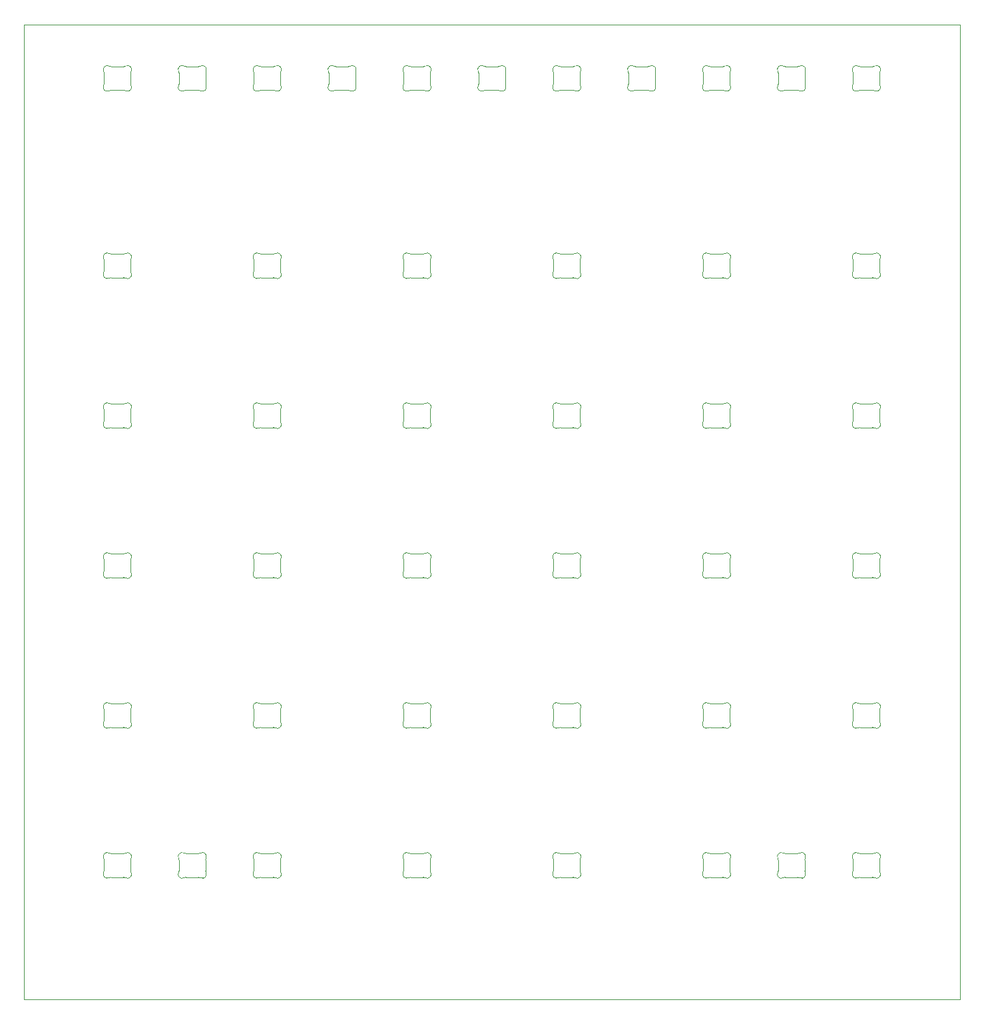
<source format=gbr>
%TF.GenerationSoftware,KiCad,Pcbnew,(6.0.9)*%
%TF.CreationDate,2022-12-06T20:11:38+01:00*%
%TF.ProjectId,tekskey-rounded-half,74656b73-6b65-4792-9d72-6f756e646564,rev?*%
%TF.SameCoordinates,Original*%
%TF.FileFunction,Profile,NP*%
%FSLAX46Y46*%
G04 Gerber Fmt 4.6, Leading zero omitted, Abs format (unit mm)*
G04 Created by KiCad (PCBNEW (6.0.9)) date 2022-12-06 20:11:38*
%MOMM*%
%LPD*%
G01*
G04 APERTURE LIST*
%TA.AperFunction,Profile*%
%ADD10C,0.100000*%
%TD*%
G04 APERTURE END LIST*
D10*
X43363202Y-38978060D02*
X162425702Y-38978060D01*
X162425702Y-38978060D02*
X162425702Y-162803060D01*
X162425702Y-162803060D02*
X43363202Y-162803060D01*
X43363202Y-162803060D02*
X43363202Y-38978060D01*
%TO.C,LED136*%
X130670248Y-147295899D02*
X132259152Y-147295899D01*
X133164699Y-146498741D02*
X133164699Y-145093057D01*
X132259152Y-144295900D02*
X130670247Y-144295900D01*
X129764701Y-145093057D02*
X129764701Y-146498741D01*
X132259153Y-144295899D02*
G75*
G03*
X132511411Y-144227600I-3J500009D01*
G01*
X129764702Y-145093056D02*
G75*
G03*
X129715216Y-144876179I-499302J156D01*
G01*
X133214184Y-144876179D02*
G75*
G03*
X132511411Y-144227600I-450515J216878D01*
G01*
X130670248Y-147295899D02*
G75*
G03*
X130417989Y-147364198I2J-500011D01*
G01*
X132511410Y-147364198D02*
G75*
G03*
X132259152Y-147295899I-252261J-431710D01*
G01*
X130417989Y-144227601D02*
G75*
G03*
X130670247Y-144295900I252261J431711D01*
G01*
X133214184Y-144876179D02*
G75*
G03*
X133164699Y-145093057I450505J-216876D01*
G01*
X132511411Y-147364196D02*
G75*
G03*
X133214184Y-146715619I252258J431700D01*
G01*
X133164699Y-146498742D02*
G75*
G03*
X133214184Y-146715619I499990J-1D01*
G01*
X130417989Y-144227602D02*
G75*
G03*
X129715216Y-144876179I-252258J-431700D01*
G01*
X129715218Y-146715619D02*
G75*
G03*
X130417989Y-147364198I450512J-216881D01*
G01*
X129715218Y-146715620D02*
G75*
G03*
X129764701Y-146498741I-450718J216920D01*
G01*
%TO.C,LED121*%
X92570248Y-109195899D02*
X94159152Y-109195899D01*
X95064699Y-108398741D02*
X95064699Y-106993057D01*
X91664701Y-106993057D02*
X91664701Y-108398741D01*
X94159152Y-106195900D02*
X92570247Y-106195900D01*
X91664702Y-106993056D02*
G75*
G03*
X91615216Y-106776179I-499302J156D01*
G01*
X95114184Y-106776179D02*
G75*
G03*
X94411411Y-106127600I-450515J216878D01*
G01*
X91615218Y-108615619D02*
G75*
G03*
X92317989Y-109264198I450512J-216881D01*
G01*
X92317989Y-106127601D02*
G75*
G03*
X92570247Y-106195900I252261J431711D01*
G01*
X95114184Y-106776179D02*
G75*
G03*
X95064699Y-106993057I450505J-216876D01*
G01*
X94411411Y-109264196D02*
G75*
G03*
X95114184Y-108615619I252258J431700D01*
G01*
X94411410Y-109264198D02*
G75*
G03*
X94159152Y-109195899I-252261J-431710D01*
G01*
X92317989Y-106127602D02*
G75*
G03*
X91615216Y-106776179I-252258J-431700D01*
G01*
X91615218Y-108615620D02*
G75*
G03*
X91664701Y-108398741I-450718J216920D01*
G01*
X95064699Y-108398742D02*
G75*
G03*
X95114184Y-108615619I499990J-1D01*
G01*
X92570248Y-109195899D02*
G75*
G03*
X92317989Y-109264198I2J-500011D01*
G01*
X94159153Y-106195899D02*
G75*
G03*
X94411411Y-106127600I-3J500009D01*
G01*
%TO.C,LED1B101*%
X83045248Y-47283400D02*
X84634153Y-47283400D01*
X84634152Y-44283401D02*
X83045248Y-44283401D01*
X85539699Y-46486243D02*
X85539699Y-45080559D01*
X82139701Y-45080559D02*
X82139701Y-46486243D01*
X82792990Y-44215103D02*
G75*
G03*
X83045248Y-44283401I252260J431713D01*
G01*
X85589184Y-44863681D02*
G75*
G03*
X85539699Y-45080559I450505J-216876D01*
G01*
X84886411Y-47351699D02*
G75*
G03*
X84634153Y-47283400I-252261J-431710D01*
G01*
X82090214Y-46703120D02*
G75*
G03*
X82139701Y-46486243I-450504J216880D01*
G01*
X82090216Y-46703121D02*
G75*
G03*
X82792989Y-47351700I450514J-216879D01*
G01*
X85589183Y-44863682D02*
G75*
G03*
X84886411Y-44215102I-450513J216880D01*
G01*
X83045247Y-47283401D02*
G75*
G03*
X82792989Y-47351700I3J-500009D01*
G01*
X82139715Y-45080558D02*
G75*
G03*
X82090216Y-44863681I-499615J58D01*
G01*
X84634152Y-44283401D02*
G75*
G03*
X84886411Y-44215102I-2J500009D01*
G01*
X85539699Y-46486244D02*
G75*
G03*
X85589184Y-46703121I499990J-1D01*
G01*
X82792989Y-44215104D02*
G75*
G03*
X82090216Y-44863681I-252258J-431700D01*
G01*
X84886410Y-47351700D02*
G75*
G03*
X85589184Y-46703121I252259J431701D01*
G01*
%TO.C,LED123*%
X129764701Y-106993057D02*
X129764701Y-108398741D01*
X133164699Y-108398741D02*
X133164699Y-106993057D01*
X130670248Y-109195899D02*
X132259152Y-109195899D01*
X132259152Y-106195900D02*
X130670247Y-106195900D01*
X129715218Y-108615619D02*
G75*
G03*
X130417989Y-109264198I450512J-216881D01*
G01*
X130417989Y-106127602D02*
G75*
G03*
X129715216Y-106776179I-252258J-431700D01*
G01*
X133164699Y-108398742D02*
G75*
G03*
X133214184Y-108615619I499990J-1D01*
G01*
X133214184Y-106776179D02*
G75*
G03*
X132511411Y-106127600I-450515J216878D01*
G01*
X130670248Y-109195899D02*
G75*
G03*
X130417989Y-109264198I2J-500011D01*
G01*
X129764702Y-106993056D02*
G75*
G03*
X129715216Y-106776179I-499302J156D01*
G01*
X132511410Y-109264198D02*
G75*
G03*
X132259152Y-109195899I-252261J-431710D01*
G01*
X132511411Y-109264196D02*
G75*
G03*
X133214184Y-108615619I252258J431700D01*
G01*
X130417989Y-106127601D02*
G75*
G03*
X130670247Y-106195900I252261J431711D01*
G01*
X129715218Y-108615620D02*
G75*
G03*
X129764701Y-108398741I-450718J216920D01*
G01*
X133214184Y-106776179D02*
G75*
G03*
X133164699Y-106993057I450505J-216876D01*
G01*
X132259153Y-106195899D02*
G75*
G03*
X132511411Y-106127600I-3J500009D01*
G01*
%TO.C,LED110*%
X110714701Y-68893057D02*
X110714701Y-70298741D01*
X111620248Y-71095899D02*
X113209152Y-71095899D01*
X113209152Y-68095900D02*
X111620247Y-68095900D01*
X114114699Y-70298741D02*
X114114699Y-68893057D01*
X114164184Y-68676179D02*
G75*
G03*
X114114699Y-68893057I450505J-216876D01*
G01*
X114164184Y-68676179D02*
G75*
G03*
X113461411Y-68027600I-450515J216878D01*
G01*
X111620248Y-71095899D02*
G75*
G03*
X111367989Y-71164198I2J-500011D01*
G01*
X113461411Y-71164196D02*
G75*
G03*
X114164184Y-70515619I252258J431700D01*
G01*
X114114699Y-70298742D02*
G75*
G03*
X114164184Y-70515619I499990J-1D01*
G01*
X110665218Y-70515619D02*
G75*
G03*
X111367989Y-71164198I450512J-216881D01*
G01*
X111367989Y-68027602D02*
G75*
G03*
X110665216Y-68676179I-252258J-431700D01*
G01*
X110665218Y-70515620D02*
G75*
G03*
X110714701Y-70298741I-450718J216920D01*
G01*
X113461410Y-71164198D02*
G75*
G03*
X113209152Y-71095899I-252261J-431710D01*
G01*
X113209153Y-68095899D02*
G75*
G03*
X113461411Y-68027600I-3J500009D01*
G01*
X110714702Y-68893056D02*
G75*
G03*
X110665216Y-68676179I-499302J156D01*
G01*
X111367989Y-68027601D02*
G75*
G03*
X111620247Y-68095900I252261J431711D01*
G01*
%TO.C,LED138*%
X152214699Y-146498741D02*
X152214699Y-145093057D01*
X151309152Y-144295900D02*
X149720247Y-144295900D01*
X148814701Y-145093057D02*
X148814701Y-146498741D01*
X149720248Y-147295899D02*
X151309152Y-147295899D01*
X148765218Y-146715620D02*
G75*
G03*
X148814701Y-146498741I-450718J216920D01*
G01*
X152264184Y-144876179D02*
G75*
G03*
X151561411Y-144227600I-450515J216878D01*
G01*
X151561411Y-147364196D02*
G75*
G03*
X152264184Y-146715619I252258J431700D01*
G01*
X151309153Y-144295899D02*
G75*
G03*
X151561411Y-144227600I-3J500009D01*
G01*
X149467989Y-144227602D02*
G75*
G03*
X148765216Y-144876179I-252258J-431700D01*
G01*
X152264184Y-144876179D02*
G75*
G03*
X152214699Y-145093057I450505J-216876D01*
G01*
X151561410Y-147364198D02*
G75*
G03*
X151309152Y-147295899I-252261J-431710D01*
G01*
X149467989Y-144227601D02*
G75*
G03*
X149720247Y-144295900I252261J431711D01*
G01*
X148765218Y-146715619D02*
G75*
G03*
X149467989Y-147364198I450512J-216881D01*
G01*
X148814702Y-145093056D02*
G75*
G03*
X148765216Y-144876179I-499302J156D01*
G01*
X149720248Y-147295899D02*
G75*
G03*
X149467989Y-147364198I2J-500011D01*
G01*
X152214699Y-146498742D02*
G75*
G03*
X152264184Y-146715619I499990J-1D01*
G01*
%TO.C,LED135*%
X114114699Y-146498741D02*
X114114699Y-145093057D01*
X113209152Y-144295900D02*
X111620247Y-144295900D01*
X111620248Y-147295899D02*
X113209152Y-147295899D01*
X110714701Y-145093057D02*
X110714701Y-146498741D01*
X110714702Y-145093056D02*
G75*
G03*
X110665216Y-144876179I-499302J156D01*
G01*
X111367989Y-144227601D02*
G75*
G03*
X111620247Y-144295900I252261J431711D01*
G01*
X114114699Y-146498742D02*
G75*
G03*
X114164184Y-146715619I499990J-1D01*
G01*
X114164184Y-144876179D02*
G75*
G03*
X114114699Y-145093057I450505J-216876D01*
G01*
X111620248Y-147295899D02*
G75*
G03*
X111367989Y-147364198I2J-500011D01*
G01*
X114164184Y-144876179D02*
G75*
G03*
X113461411Y-144227600I-450515J216878D01*
G01*
X113209153Y-144295899D02*
G75*
G03*
X113461411Y-144227600I-3J500009D01*
G01*
X110665218Y-146715620D02*
G75*
G03*
X110714701Y-146498741I-450718J216920D01*
G01*
X113461411Y-147364196D02*
G75*
G03*
X114164184Y-146715619I252258J431700D01*
G01*
X113461410Y-147364198D02*
G75*
G03*
X113209152Y-147295899I-252261J-431710D01*
G01*
X110665218Y-146715619D02*
G75*
G03*
X111367989Y-147364198I450512J-216881D01*
G01*
X111367989Y-144227602D02*
G75*
G03*
X110665216Y-144876179I-252258J-431700D01*
G01*
%TO.C,LED105*%
X133164699Y-46486243D02*
X133164699Y-45080559D01*
X132259152Y-44283401D02*
X130670248Y-44283401D01*
X130670248Y-47283400D02*
X132259153Y-47283400D01*
X129764701Y-45080559D02*
X129764701Y-46486243D01*
X132511411Y-47351699D02*
G75*
G03*
X132259153Y-47283400I-252261J-431710D01*
G01*
X133164699Y-46486244D02*
G75*
G03*
X133214184Y-46703121I499990J-1D01*
G01*
X130417990Y-44215103D02*
G75*
G03*
X130670248Y-44283401I252260J431713D01*
G01*
X129764715Y-45080558D02*
G75*
G03*
X129715216Y-44863681I-499615J58D01*
G01*
X133214183Y-44863682D02*
G75*
G03*
X132511411Y-44215102I-450513J216880D01*
G01*
X129715216Y-46703121D02*
G75*
G03*
X130417989Y-47351700I450514J-216879D01*
G01*
X132511410Y-47351700D02*
G75*
G03*
X133214184Y-46703121I252259J431701D01*
G01*
X130417989Y-44215104D02*
G75*
G03*
X129715216Y-44863681I-252258J-431700D01*
G01*
X132259152Y-44283401D02*
G75*
G03*
X132511411Y-44215102I-2J500009D01*
G01*
X133214184Y-44863681D02*
G75*
G03*
X133164699Y-45080559I450505J-216876D01*
G01*
X130670247Y-47283401D02*
G75*
G03*
X130417989Y-47351700I3J-500009D01*
G01*
X129715214Y-46703120D02*
G75*
G03*
X129764701Y-46486243I-450504J216880D01*
G01*
%TO.C,LED103*%
X95064699Y-46486243D02*
X95064699Y-45080559D01*
X94159152Y-44283401D02*
X92570248Y-44283401D01*
X91664701Y-45080559D02*
X91664701Y-46486243D01*
X92570248Y-47283400D02*
X94159153Y-47283400D01*
X95114184Y-44863681D02*
G75*
G03*
X95064699Y-45080559I450505J-216876D01*
G01*
X95064699Y-46486244D02*
G75*
G03*
X95114184Y-46703121I499990J-1D01*
G01*
X92317990Y-44215103D02*
G75*
G03*
X92570248Y-44283401I252260J431713D01*
G01*
X92317989Y-44215104D02*
G75*
G03*
X91615216Y-44863681I-252258J-431700D01*
G01*
X95114183Y-44863682D02*
G75*
G03*
X94411411Y-44215102I-450513J216880D01*
G01*
X91615216Y-46703121D02*
G75*
G03*
X92317989Y-47351700I450514J-216879D01*
G01*
X94411410Y-47351700D02*
G75*
G03*
X95114184Y-46703121I252259J431701D01*
G01*
X94411411Y-47351699D02*
G75*
G03*
X94159153Y-47283400I-252261J-431710D01*
G01*
X94159152Y-44283401D02*
G75*
G03*
X94411411Y-44215102I-2J500009D01*
G01*
X91615214Y-46703120D02*
G75*
G03*
X91664701Y-46486243I-450504J216880D01*
G01*
X92570247Y-47283401D02*
G75*
G03*
X92317989Y-47351700I3J-500009D01*
G01*
X91664715Y-45080558D02*
G75*
G03*
X91615216Y-44863681I-499615J58D01*
G01*
%TO.C,LED109*%
X91664701Y-68893057D02*
X91664701Y-70298741D01*
X92570248Y-71095899D02*
X94159152Y-71095899D01*
X94159152Y-68095900D02*
X92570247Y-68095900D01*
X95064699Y-70298741D02*
X95064699Y-68893057D01*
X91615218Y-70515619D02*
G75*
G03*
X92317989Y-71164198I450512J-216881D01*
G01*
X94411411Y-71164196D02*
G75*
G03*
X95114184Y-70515619I252258J431700D01*
G01*
X92317989Y-68027602D02*
G75*
G03*
X91615216Y-68676179I-252258J-431700D01*
G01*
X92317989Y-68027601D02*
G75*
G03*
X92570247Y-68095900I252261J431711D01*
G01*
X95114184Y-68676179D02*
G75*
G03*
X95064699Y-68893057I450505J-216876D01*
G01*
X94159153Y-68095899D02*
G75*
G03*
X94411411Y-68027600I-3J500009D01*
G01*
X92570248Y-71095899D02*
G75*
G03*
X92317989Y-71164198I2J-500011D01*
G01*
X95064699Y-70298742D02*
G75*
G03*
X95114184Y-70515619I499990J-1D01*
G01*
X91664702Y-68893056D02*
G75*
G03*
X91615216Y-68676179I-499302J156D01*
G01*
X95114184Y-68676179D02*
G75*
G03*
X94411411Y-68027600I-450515J216878D01*
G01*
X91615218Y-70515620D02*
G75*
G03*
X91664701Y-70298741I-450718J216920D01*
G01*
X94411410Y-71164198D02*
G75*
G03*
X94159152Y-71095899I-252261J-431710D01*
G01*
%TO.C,LED108*%
X73520248Y-71095899D02*
X75109152Y-71095899D01*
X72614701Y-68893057D02*
X72614701Y-70298741D01*
X75109152Y-68095900D02*
X73520247Y-68095900D01*
X76014699Y-70298741D02*
X76014699Y-68893057D01*
X72565218Y-70515620D02*
G75*
G03*
X72614701Y-70298741I-450718J216920D01*
G01*
X73520248Y-71095899D02*
G75*
G03*
X73267989Y-71164198I2J-500011D01*
G01*
X76064184Y-68676179D02*
G75*
G03*
X75361411Y-68027600I-450515J216878D01*
G01*
X75361410Y-71164198D02*
G75*
G03*
X75109152Y-71095899I-252261J-431710D01*
G01*
X76064184Y-68676179D02*
G75*
G03*
X76014699Y-68893057I450505J-216876D01*
G01*
X75361411Y-71164196D02*
G75*
G03*
X76064184Y-70515619I252258J431700D01*
G01*
X72565218Y-70515619D02*
G75*
G03*
X73267989Y-71164198I450512J-216881D01*
G01*
X72614702Y-68893056D02*
G75*
G03*
X72565216Y-68676179I-499302J156D01*
G01*
X76014699Y-70298742D02*
G75*
G03*
X76064184Y-70515619I499990J-1D01*
G01*
X73267989Y-68027601D02*
G75*
G03*
X73520247Y-68095900I252261J431711D01*
G01*
X73267989Y-68027602D02*
G75*
G03*
X72565216Y-68676179I-252258J-431700D01*
G01*
X75109153Y-68095899D02*
G75*
G03*
X75361411Y-68027600I-3J500009D01*
G01*
%TO.C,LED132*%
X66489699Y-146498741D02*
X66489699Y-145093057D01*
X65584152Y-144295900D02*
X63995247Y-144295900D01*
X63995248Y-147295899D02*
X65584152Y-147295899D01*
X63089701Y-145093057D02*
X63089701Y-146498741D01*
X63995248Y-147295899D02*
G75*
G03*
X63742989Y-147364198I2J-500011D01*
G01*
X66489699Y-146498742D02*
G75*
G03*
X66539184Y-146715619I499990J-1D01*
G01*
X65836411Y-147364196D02*
G75*
G03*
X66539184Y-146715619I252258J431700D01*
G01*
X63040218Y-146715620D02*
G75*
G03*
X63089701Y-146498741I-450718J216920D01*
G01*
X65836410Y-147364198D02*
G75*
G03*
X65584152Y-147295899I-252261J-431710D01*
G01*
X63089702Y-145093056D02*
G75*
G03*
X63040216Y-144876179I-499302J156D01*
G01*
X63742989Y-144227602D02*
G75*
G03*
X63040216Y-144876179I-252258J-431700D01*
G01*
X63742989Y-144227601D02*
G75*
G03*
X63995247Y-144295900I252261J431711D01*
G01*
X66539184Y-144876179D02*
G75*
G03*
X66489699Y-145093057I450505J-216876D01*
G01*
X66539184Y-144876179D02*
G75*
G03*
X65836411Y-144227600I-450515J216878D01*
G01*
X63040218Y-146715619D02*
G75*
G03*
X63742989Y-147364198I450512J-216881D01*
G01*
X65584153Y-144295899D02*
G75*
G03*
X65836411Y-144227600I-3J500009D01*
G01*
%TO.C,LED101*%
X56059152Y-44283401D02*
X54470248Y-44283401D01*
X56964699Y-46486243D02*
X56964699Y-45080559D01*
X53564701Y-45080559D02*
X53564701Y-46486243D01*
X54470248Y-47283400D02*
X56059153Y-47283400D01*
X53515216Y-46703121D02*
G75*
G03*
X54217989Y-47351700I450514J-216879D01*
G01*
X56311411Y-47351699D02*
G75*
G03*
X56059153Y-47283400I-252261J-431710D01*
G01*
X57014184Y-44863681D02*
G75*
G03*
X56964699Y-45080559I450505J-216876D01*
G01*
X57014183Y-44863682D02*
G75*
G03*
X56311411Y-44215102I-450513J216880D01*
G01*
X56311410Y-47351700D02*
G75*
G03*
X57014184Y-46703121I252259J431701D01*
G01*
X54217989Y-44215104D02*
G75*
G03*
X53515216Y-44863681I-252258J-431700D01*
G01*
X56964699Y-46486244D02*
G75*
G03*
X57014184Y-46703121I499990J-1D01*
G01*
X53515214Y-46703120D02*
G75*
G03*
X53564701Y-46486243I-450504J216880D01*
G01*
X54217990Y-44215103D02*
G75*
G03*
X54470248Y-44283401I252260J431713D01*
G01*
X54470247Y-47283401D02*
G75*
G03*
X54217989Y-47351700I3J-500009D01*
G01*
X53564715Y-45080558D02*
G75*
G03*
X53515216Y-44863681I-499615J58D01*
G01*
X56059152Y-44283401D02*
G75*
G03*
X56311411Y-44215102I-2J500009D01*
G01*
%TO.C,LED126*%
X76014699Y-127448743D02*
X76014699Y-126043059D01*
X73520248Y-128245900D02*
X75109153Y-128245900D01*
X72614701Y-126043059D02*
X72614701Y-127448743D01*
X75109152Y-125245901D02*
X73520248Y-125245901D01*
X72614715Y-126043058D02*
G75*
G03*
X72565216Y-125826181I-499615J58D01*
G01*
X75361410Y-128314200D02*
G75*
G03*
X76064184Y-127665621I252259J431701D01*
G01*
X75109152Y-125245901D02*
G75*
G03*
X75361411Y-125177602I-2J500009D01*
G01*
X73267989Y-125177604D02*
G75*
G03*
X72565216Y-125826181I-252258J-431700D01*
G01*
X72565216Y-127665621D02*
G75*
G03*
X73267989Y-128314200I450514J-216879D01*
G01*
X76064184Y-125826181D02*
G75*
G03*
X76014699Y-126043059I450505J-216876D01*
G01*
X72565214Y-127665620D02*
G75*
G03*
X72614701Y-127448743I-450504J216880D01*
G01*
X76014699Y-127448744D02*
G75*
G03*
X76064184Y-127665621I499990J-1D01*
G01*
X75361411Y-128314199D02*
G75*
G03*
X75109153Y-128245900I-252261J-431710D01*
G01*
X76064183Y-125826182D02*
G75*
G03*
X75361411Y-125177602I-450513J216880D01*
G01*
X73267990Y-125177603D02*
G75*
G03*
X73520248Y-125245901I252260J431713D01*
G01*
X73520247Y-128245901D02*
G75*
G03*
X73267989Y-128314200I3J-500009D01*
G01*
%TO.C,LED117*%
X129764701Y-87943059D02*
X129764701Y-89348743D01*
X133164699Y-89348743D02*
X133164699Y-87943059D01*
X130670248Y-90145900D02*
X132259153Y-90145900D01*
X132259152Y-87145901D02*
X130670248Y-87145901D01*
X130670247Y-90145901D02*
G75*
G03*
X130417989Y-90214200I3J-500009D01*
G01*
X130417990Y-87077603D02*
G75*
G03*
X130670248Y-87145901I252260J431713D01*
G01*
X132259152Y-87145901D02*
G75*
G03*
X132511411Y-87077602I-2J500009D01*
G01*
X133214184Y-87726181D02*
G75*
G03*
X133164699Y-87943059I450505J-216876D01*
G01*
X129764715Y-87943058D02*
G75*
G03*
X129715216Y-87726181I-499615J58D01*
G01*
X132511410Y-90214200D02*
G75*
G03*
X133214184Y-89565621I252259J431701D01*
G01*
X133214183Y-87726182D02*
G75*
G03*
X132511411Y-87077602I-450513J216880D01*
G01*
X130417989Y-87077604D02*
G75*
G03*
X129715216Y-87726181I-252258J-431700D01*
G01*
X132511411Y-90214199D02*
G75*
G03*
X132259153Y-90145900I-252261J-431710D01*
G01*
X133164699Y-89348744D02*
G75*
G03*
X133214184Y-89565621I499990J-1D01*
G01*
X129715214Y-89565620D02*
G75*
G03*
X129764701Y-89348743I-450504J216880D01*
G01*
X129715216Y-89565621D02*
G75*
G03*
X130417989Y-90214200I450514J-216879D01*
G01*
%TO.C,LED120*%
X72614701Y-106993057D02*
X72614701Y-108398741D01*
X73520248Y-109195899D02*
X75109152Y-109195899D01*
X76014699Y-108398741D02*
X76014699Y-106993057D01*
X75109152Y-106195900D02*
X73520247Y-106195900D01*
X73267989Y-106127601D02*
G75*
G03*
X73520247Y-106195900I252261J431711D01*
G01*
X73520248Y-109195899D02*
G75*
G03*
X73267989Y-109264198I2J-500011D01*
G01*
X73267989Y-106127602D02*
G75*
G03*
X72565216Y-106776179I-252258J-431700D01*
G01*
X72565218Y-108615619D02*
G75*
G03*
X73267989Y-109264198I450512J-216881D01*
G01*
X75361410Y-109264198D02*
G75*
G03*
X75109152Y-109195899I-252261J-431710D01*
G01*
X76064184Y-106776179D02*
G75*
G03*
X75361411Y-106127600I-450515J216878D01*
G01*
X72565218Y-108615620D02*
G75*
G03*
X72614701Y-108398741I-450718J216920D01*
G01*
X75361411Y-109264196D02*
G75*
G03*
X76064184Y-108615619I252258J431700D01*
G01*
X72614702Y-106993056D02*
G75*
G03*
X72565216Y-106776179I-499302J156D01*
G01*
X76064184Y-106776179D02*
G75*
G03*
X76014699Y-106993057I450505J-216876D01*
G01*
X76014699Y-108398742D02*
G75*
G03*
X76064184Y-108615619I499990J-1D01*
G01*
X75109153Y-106195899D02*
G75*
G03*
X75361411Y-106127600I-3J500009D01*
G01*
%TO.C,LED102*%
X76014699Y-46486243D02*
X76014699Y-45080559D01*
X72614701Y-45080559D02*
X72614701Y-46486243D01*
X73520248Y-47283400D02*
X75109153Y-47283400D01*
X75109152Y-44283401D02*
X73520248Y-44283401D01*
X75361411Y-47351699D02*
G75*
G03*
X75109153Y-47283400I-252261J-431710D01*
G01*
X76064184Y-44863681D02*
G75*
G03*
X76014699Y-45080559I450505J-216876D01*
G01*
X75361410Y-47351700D02*
G75*
G03*
X76064184Y-46703121I252259J431701D01*
G01*
X73267989Y-44215104D02*
G75*
G03*
X72565216Y-44863681I-252258J-431700D01*
G01*
X76064183Y-44863682D02*
G75*
G03*
X75361411Y-44215102I-450513J216880D01*
G01*
X72565216Y-46703121D02*
G75*
G03*
X73267989Y-47351700I450514J-216879D01*
G01*
X76014699Y-46486244D02*
G75*
G03*
X76064184Y-46703121I499990J-1D01*
G01*
X72614715Y-45080558D02*
G75*
G03*
X72565216Y-44863681I-499615J58D01*
G01*
X72565214Y-46703120D02*
G75*
G03*
X72614701Y-46486243I-450504J216880D01*
G01*
X73520247Y-47283401D02*
G75*
G03*
X73267989Y-47351700I3J-500009D01*
G01*
X75109152Y-44283401D02*
G75*
G03*
X75361411Y-44215102I-2J500009D01*
G01*
X73267990Y-44215103D02*
G75*
G03*
X73520248Y-44283401I252260J431713D01*
G01*
%TO.C,LED114*%
X73520248Y-90145900D02*
X75109153Y-90145900D01*
X75109152Y-87145901D02*
X73520248Y-87145901D01*
X76014699Y-89348743D02*
X76014699Y-87943059D01*
X72614701Y-87943059D02*
X72614701Y-89348743D01*
X72565214Y-89565620D02*
G75*
G03*
X72614701Y-89348743I-450504J216880D01*
G01*
X76014699Y-89348744D02*
G75*
G03*
X76064184Y-89565621I499990J-1D01*
G01*
X76064183Y-87726182D02*
G75*
G03*
X75361411Y-87077602I-450513J216880D01*
G01*
X72614715Y-87943058D02*
G75*
G03*
X72565216Y-87726181I-499615J58D01*
G01*
X72565216Y-89565621D02*
G75*
G03*
X73267989Y-90214200I450514J-216879D01*
G01*
X76064184Y-87726181D02*
G75*
G03*
X76014699Y-87943059I450505J-216876D01*
G01*
X73520247Y-90145901D02*
G75*
G03*
X73267989Y-90214200I3J-500009D01*
G01*
X75361410Y-90214200D02*
G75*
G03*
X76064184Y-89565621I252259J431701D01*
G01*
X73267989Y-87077604D02*
G75*
G03*
X72565216Y-87726181I-252258J-431700D01*
G01*
X75361411Y-90214199D02*
G75*
G03*
X75109153Y-90145900I-252261J-431710D01*
G01*
X75109152Y-87145901D02*
G75*
G03*
X75361411Y-87077602I-2J500009D01*
G01*
X73267990Y-87077603D02*
G75*
G03*
X73520248Y-87145901I252260J431713D01*
G01*
%TO.C,LED133*%
X76014699Y-146498741D02*
X76014699Y-145093057D01*
X75109152Y-144295900D02*
X73520247Y-144295900D01*
X73520248Y-147295899D02*
X75109152Y-147295899D01*
X72614701Y-145093057D02*
X72614701Y-146498741D01*
X75361410Y-147364198D02*
G75*
G03*
X75109152Y-147295899I-252261J-431710D01*
G01*
X72565218Y-146715619D02*
G75*
G03*
X73267989Y-147364198I450512J-216881D01*
G01*
X75109153Y-144295899D02*
G75*
G03*
X75361411Y-144227600I-3J500009D01*
G01*
X72565218Y-146715620D02*
G75*
G03*
X72614701Y-146498741I-450718J216920D01*
G01*
X73267989Y-144227601D02*
G75*
G03*
X73520247Y-144295900I252261J431711D01*
G01*
X75361411Y-147364196D02*
G75*
G03*
X76064184Y-146715619I252258J431700D01*
G01*
X76014699Y-146498742D02*
G75*
G03*
X76064184Y-146715619I499990J-1D01*
G01*
X76064184Y-144876179D02*
G75*
G03*
X75361411Y-144227600I-450515J216878D01*
G01*
X73267989Y-144227602D02*
G75*
G03*
X72565216Y-144876179I-252258J-431700D01*
G01*
X76064184Y-144876179D02*
G75*
G03*
X76014699Y-145093057I450505J-216876D01*
G01*
X73520248Y-147295899D02*
G75*
G03*
X73267989Y-147364198I2J-500011D01*
G01*
X72614702Y-145093056D02*
G75*
G03*
X72565216Y-144876179I-499302J156D01*
G01*
%TO.C,LED118*%
X151309152Y-87145901D02*
X149720248Y-87145901D01*
X148814701Y-87943059D02*
X148814701Y-89348743D01*
X149720248Y-90145900D02*
X151309153Y-90145900D01*
X152214699Y-89348743D02*
X152214699Y-87943059D01*
X149467989Y-87077604D02*
G75*
G03*
X148765216Y-87726181I-252258J-431700D01*
G01*
X151561411Y-90214199D02*
G75*
G03*
X151309153Y-90145900I-252261J-431710D01*
G01*
X149720247Y-90145901D02*
G75*
G03*
X149467989Y-90214200I3J-500009D01*
G01*
X152264183Y-87726182D02*
G75*
G03*
X151561411Y-87077602I-450513J216880D01*
G01*
X152214699Y-89348744D02*
G75*
G03*
X152264184Y-89565621I499990J-1D01*
G01*
X149467990Y-87077603D02*
G75*
G03*
X149720248Y-87145901I252260J431713D01*
G01*
X151309152Y-87145901D02*
G75*
G03*
X151561411Y-87077602I-2J500009D01*
G01*
X148814715Y-87943058D02*
G75*
G03*
X148765216Y-87726181I-499615J58D01*
G01*
X148765214Y-89565620D02*
G75*
G03*
X148814701Y-89348743I-450504J216880D01*
G01*
X151561410Y-90214200D02*
G75*
G03*
X152264184Y-89565621I252259J431701D01*
G01*
X152264184Y-87726181D02*
G75*
G03*
X152214699Y-87943059I450505J-216876D01*
G01*
X148765216Y-89565621D02*
G75*
G03*
X149467989Y-90214200I450514J-216879D01*
G01*
%TO.C,LED116*%
X110714701Y-87943059D02*
X110714701Y-89348743D01*
X114114699Y-89348743D02*
X114114699Y-87943059D01*
X111620248Y-90145900D02*
X113209153Y-90145900D01*
X113209152Y-87145901D02*
X111620248Y-87145901D01*
X111367989Y-87077604D02*
G75*
G03*
X110665216Y-87726181I-252258J-431700D01*
G01*
X114114699Y-89348744D02*
G75*
G03*
X114164184Y-89565621I499990J-1D01*
G01*
X111620247Y-90145901D02*
G75*
G03*
X111367989Y-90214200I3J-500009D01*
G01*
X114164184Y-87726181D02*
G75*
G03*
X114114699Y-87943059I450505J-216876D01*
G01*
X110665216Y-89565621D02*
G75*
G03*
X111367989Y-90214200I450514J-216879D01*
G01*
X113461410Y-90214200D02*
G75*
G03*
X114164184Y-89565621I252259J431701D01*
G01*
X110665214Y-89565620D02*
G75*
G03*
X110714701Y-89348743I-450504J216880D01*
G01*
X114164183Y-87726182D02*
G75*
G03*
X113461411Y-87077602I-450513J216880D01*
G01*
X113209152Y-87145901D02*
G75*
G03*
X113461411Y-87077602I-2J500009D01*
G01*
X113461411Y-90214199D02*
G75*
G03*
X113209153Y-90145900I-252261J-431710D01*
G01*
X110714715Y-87943058D02*
G75*
G03*
X110665216Y-87726181I-499615J58D01*
G01*
X111367990Y-87077603D02*
G75*
G03*
X111620248Y-87145901I252260J431713D01*
G01*
%TO.C,LED125*%
X53564701Y-126043059D02*
X53564701Y-127448743D01*
X54470248Y-128245900D02*
X56059153Y-128245900D01*
X56964699Y-127448743D02*
X56964699Y-126043059D01*
X56059152Y-125245901D02*
X54470248Y-125245901D01*
X57014184Y-125826181D02*
G75*
G03*
X56964699Y-126043059I450505J-216876D01*
G01*
X53564715Y-126043058D02*
G75*
G03*
X53515216Y-125826181I-499615J58D01*
G01*
X54217990Y-125177603D02*
G75*
G03*
X54470248Y-125245901I252260J431713D01*
G01*
X53515216Y-127665621D02*
G75*
G03*
X54217989Y-128314200I450514J-216879D01*
G01*
X53515214Y-127665620D02*
G75*
G03*
X53564701Y-127448743I-450504J216880D01*
G01*
X56311411Y-128314199D02*
G75*
G03*
X56059153Y-128245900I-252261J-431710D01*
G01*
X56964699Y-127448744D02*
G75*
G03*
X57014184Y-127665621I499990J-1D01*
G01*
X56059152Y-125245901D02*
G75*
G03*
X56311411Y-125177602I-2J500009D01*
G01*
X56311410Y-128314200D02*
G75*
G03*
X57014184Y-127665621I252259J431701D01*
G01*
X54470247Y-128245901D02*
G75*
G03*
X54217989Y-128314200I3J-500009D01*
G01*
X57014183Y-125826182D02*
G75*
G03*
X56311411Y-125177602I-450513J216880D01*
G01*
X54217989Y-125177604D02*
G75*
G03*
X53515216Y-125826181I-252258J-431700D01*
G01*
%TO.C,LED137*%
X141784152Y-144295900D02*
X140195247Y-144295900D01*
X140195248Y-147295899D02*
X141784152Y-147295899D01*
X142689699Y-146498741D02*
X142689699Y-145093057D01*
X139289701Y-145093057D02*
X139289701Y-146498741D01*
X139942989Y-144227602D02*
G75*
G03*
X139240216Y-144876179I-252258J-431700D01*
G01*
X142739184Y-144876179D02*
G75*
G03*
X142036411Y-144227600I-450515J216878D01*
G01*
X141784153Y-144295899D02*
G75*
G03*
X142036411Y-144227600I-3J500009D01*
G01*
X140195248Y-147295899D02*
G75*
G03*
X139942989Y-147364198I2J-500011D01*
G01*
X139240218Y-146715620D02*
G75*
G03*
X139289701Y-146498741I-450718J216920D01*
G01*
X142036410Y-147364198D02*
G75*
G03*
X141784152Y-147295899I-252261J-431710D01*
G01*
X139240218Y-146715619D02*
G75*
G03*
X139942989Y-147364198I450512J-216881D01*
G01*
X142036411Y-147364196D02*
G75*
G03*
X142739184Y-146715619I252258J431700D01*
G01*
X142739184Y-144876179D02*
G75*
G03*
X142689699Y-145093057I450505J-216876D01*
G01*
X142689699Y-146498742D02*
G75*
G03*
X142739184Y-146715619I499990J-1D01*
G01*
X139942989Y-144227601D02*
G75*
G03*
X140195247Y-144295900I252261J431711D01*
G01*
X139289702Y-145093056D02*
G75*
G03*
X139240216Y-144876179I-499302J156D01*
G01*
%TO.C,LED3B101*%
X120239701Y-45080559D02*
X120239701Y-46486243D01*
X123639699Y-46486243D02*
X123639699Y-45080559D01*
X122734152Y-44283401D02*
X121145248Y-44283401D01*
X121145248Y-47283400D02*
X122734153Y-47283400D01*
X120239715Y-45080558D02*
G75*
G03*
X120190216Y-44863681I-499615J58D01*
G01*
X123639699Y-46486244D02*
G75*
G03*
X123689184Y-46703121I499990J-1D01*
G01*
X123689184Y-44863681D02*
G75*
G03*
X123639699Y-45080559I450505J-216876D01*
G01*
X122734152Y-44283401D02*
G75*
G03*
X122986411Y-44215102I-2J500009D01*
G01*
X123689183Y-44863682D02*
G75*
G03*
X122986411Y-44215102I-450513J216880D01*
G01*
X120190214Y-46703120D02*
G75*
G03*
X120239701Y-46486243I-450504J216880D01*
G01*
X121145247Y-47283401D02*
G75*
G03*
X120892989Y-47351700I3J-500009D01*
G01*
X120892990Y-44215103D02*
G75*
G03*
X121145248Y-44283401I252260J431713D01*
G01*
X120190216Y-46703121D02*
G75*
G03*
X120892989Y-47351700I450514J-216879D01*
G01*
X122986411Y-47351699D02*
G75*
G03*
X122734153Y-47283400I-252261J-431710D01*
G01*
X120892989Y-44215104D02*
G75*
G03*
X120190216Y-44863681I-252258J-431700D01*
G01*
X122986410Y-47351700D02*
G75*
G03*
X123689184Y-46703121I252259J431701D01*
G01*
%TO.C,LED106*%
X149720248Y-47283400D02*
X151309153Y-47283400D01*
X151309152Y-44283401D02*
X149720248Y-44283401D01*
X152214699Y-46486243D02*
X152214699Y-45080559D01*
X148814701Y-45080559D02*
X148814701Y-46486243D01*
X151561410Y-47351700D02*
G75*
G03*
X152264184Y-46703121I252259J431701D01*
G01*
X152214699Y-46486244D02*
G75*
G03*
X152264184Y-46703121I499990J-1D01*
G01*
X149467990Y-44215103D02*
G75*
G03*
X149720248Y-44283401I252260J431713D01*
G01*
X151309152Y-44283401D02*
G75*
G03*
X151561411Y-44215102I-2J500009D01*
G01*
X149720247Y-47283401D02*
G75*
G03*
X149467989Y-47351700I3J-500009D01*
G01*
X149467989Y-44215104D02*
G75*
G03*
X148765216Y-44863681I-252258J-431700D01*
G01*
X148765216Y-46703121D02*
G75*
G03*
X149467989Y-47351700I450514J-216879D01*
G01*
X152264184Y-44863681D02*
G75*
G03*
X152214699Y-45080559I450505J-216876D01*
G01*
X148814715Y-45080558D02*
G75*
G03*
X148765216Y-44863681I-499615J58D01*
G01*
X152264183Y-44863682D02*
G75*
G03*
X151561411Y-44215102I-450513J216880D01*
G01*
X151561411Y-47351699D02*
G75*
G03*
X151309153Y-47283400I-252261J-431710D01*
G01*
X148765214Y-46703120D02*
G75*
G03*
X148814701Y-46486243I-450504J216880D01*
G01*
%TO.C,LED0B101*%
X65584152Y-44283401D02*
X63995248Y-44283401D01*
X63995248Y-47283400D02*
X65584153Y-47283400D01*
X66489699Y-46486243D02*
X66489699Y-45080559D01*
X63089701Y-45080559D02*
X63089701Y-46486243D01*
X63995247Y-47283401D02*
G75*
G03*
X63742989Y-47351700I3J-500009D01*
G01*
X65836410Y-47351700D02*
G75*
G03*
X66539184Y-46703121I252259J431701D01*
G01*
X63742990Y-44215103D02*
G75*
G03*
X63995248Y-44283401I252260J431713D01*
G01*
X63089715Y-45080558D02*
G75*
G03*
X63040216Y-44863681I-499615J58D01*
G01*
X66539184Y-44863681D02*
G75*
G03*
X66489699Y-45080559I450505J-216876D01*
G01*
X65836411Y-47351699D02*
G75*
G03*
X65584153Y-47283400I-252261J-431710D01*
G01*
X65584152Y-44283401D02*
G75*
G03*
X65836411Y-44215102I-2J500009D01*
G01*
X63040216Y-46703121D02*
G75*
G03*
X63742989Y-47351700I450514J-216879D01*
G01*
X63742989Y-44215104D02*
G75*
G03*
X63040216Y-44863681I-252258J-431700D01*
G01*
X66539183Y-44863682D02*
G75*
G03*
X65836411Y-44215102I-450513J216880D01*
G01*
X66489699Y-46486244D02*
G75*
G03*
X66539184Y-46703121I499990J-1D01*
G01*
X63040214Y-46703120D02*
G75*
G03*
X63089701Y-46486243I-450504J216880D01*
G01*
%TO.C,LED104*%
X111620248Y-47283400D02*
X113209153Y-47283400D01*
X114114699Y-46486243D02*
X114114699Y-45080559D01*
X113209152Y-44283401D02*
X111620248Y-44283401D01*
X110714701Y-45080559D02*
X110714701Y-46486243D01*
X113209152Y-44283401D02*
G75*
G03*
X113461411Y-44215102I-2J500009D01*
G01*
X114114699Y-46486244D02*
G75*
G03*
X114164184Y-46703121I499990J-1D01*
G01*
X111620247Y-47283401D02*
G75*
G03*
X111367989Y-47351700I3J-500009D01*
G01*
X111367990Y-44215103D02*
G75*
G03*
X111620248Y-44283401I252260J431713D01*
G01*
X114164184Y-44863681D02*
G75*
G03*
X114114699Y-45080559I450505J-216876D01*
G01*
X113461410Y-47351700D02*
G75*
G03*
X114164184Y-46703121I252259J431701D01*
G01*
X110665216Y-46703121D02*
G75*
G03*
X111367989Y-47351700I450514J-216879D01*
G01*
X114164183Y-44863682D02*
G75*
G03*
X113461411Y-44215102I-450513J216880D01*
G01*
X110665214Y-46703120D02*
G75*
G03*
X110714701Y-46486243I-450504J216880D01*
G01*
X111367989Y-44215104D02*
G75*
G03*
X110665216Y-44863681I-252258J-431700D01*
G01*
X110714715Y-45080558D02*
G75*
G03*
X110665216Y-44863681I-499615J58D01*
G01*
X113461411Y-47351699D02*
G75*
G03*
X113209153Y-47283400I-252261J-431710D01*
G01*
%TO.C,LED127*%
X92570248Y-128245900D02*
X94159153Y-128245900D01*
X94159152Y-125245901D02*
X92570248Y-125245901D01*
X91664701Y-126043059D02*
X91664701Y-127448743D01*
X95064699Y-127448743D02*
X95064699Y-126043059D01*
X91664715Y-126043058D02*
G75*
G03*
X91615216Y-125826181I-499615J58D01*
G01*
X92570247Y-128245901D02*
G75*
G03*
X92317989Y-128314200I3J-500009D01*
G01*
X95114183Y-125826182D02*
G75*
G03*
X94411411Y-125177602I-450513J216880D01*
G01*
X92317990Y-125177603D02*
G75*
G03*
X92570248Y-125245901I252260J431713D01*
G01*
X94411411Y-128314199D02*
G75*
G03*
X94159153Y-128245900I-252261J-431710D01*
G01*
X94159152Y-125245901D02*
G75*
G03*
X94411411Y-125177602I-2J500009D01*
G01*
X91615214Y-127665620D02*
G75*
G03*
X91664701Y-127448743I-450504J216880D01*
G01*
X94411410Y-128314200D02*
G75*
G03*
X95114184Y-127665621I252259J431701D01*
G01*
X95064699Y-127448744D02*
G75*
G03*
X95114184Y-127665621I499990J-1D01*
G01*
X92317989Y-125177604D02*
G75*
G03*
X91615216Y-125826181I-252258J-431700D01*
G01*
X91615216Y-127665621D02*
G75*
G03*
X92317989Y-128314200I450514J-216879D01*
G01*
X95114184Y-125826181D02*
G75*
G03*
X95064699Y-126043059I450505J-216876D01*
G01*
%TO.C,LED134*%
X91664701Y-145093057D02*
X91664701Y-146498741D01*
X94159152Y-144295900D02*
X92570247Y-144295900D01*
X92570248Y-147295899D02*
X94159152Y-147295899D01*
X95064699Y-146498741D02*
X95064699Y-145093057D01*
X95064699Y-146498742D02*
G75*
G03*
X95114184Y-146715619I499990J-1D01*
G01*
X92570248Y-147295899D02*
G75*
G03*
X92317989Y-147364198I2J-500011D01*
G01*
X91615218Y-146715619D02*
G75*
G03*
X92317989Y-147364198I450512J-216881D01*
G01*
X94411411Y-147364196D02*
G75*
G03*
X95114184Y-146715619I252258J431700D01*
G01*
X91664702Y-145093056D02*
G75*
G03*
X91615216Y-144876179I-499302J156D01*
G01*
X92317989Y-144227602D02*
G75*
G03*
X91615216Y-144876179I-252258J-431700D01*
G01*
X94411410Y-147364198D02*
G75*
G03*
X94159152Y-147295899I-252261J-431710D01*
G01*
X91615218Y-146715620D02*
G75*
G03*
X91664701Y-146498741I-450718J216920D01*
G01*
X95114184Y-144876179D02*
G75*
G03*
X95064699Y-145093057I450505J-216876D01*
G01*
X95114184Y-144876179D02*
G75*
G03*
X94411411Y-144227600I-450515J216878D01*
G01*
X92317989Y-144227601D02*
G75*
G03*
X92570247Y-144295900I252261J431711D01*
G01*
X94159153Y-144295899D02*
G75*
G03*
X94411411Y-144227600I-3J500009D01*
G01*
%TO.C,LED2B101*%
X101189701Y-45080559D02*
X101189701Y-46486243D01*
X104589699Y-46486243D02*
X104589699Y-45080559D01*
X103684152Y-44283401D02*
X102095248Y-44283401D01*
X102095248Y-47283400D02*
X103684153Y-47283400D01*
X104639183Y-44863682D02*
G75*
G03*
X103936411Y-44215102I-450513J216880D01*
G01*
X102095247Y-47283401D02*
G75*
G03*
X101842989Y-47351700I3J-500009D01*
G01*
X103936410Y-47351700D02*
G75*
G03*
X104639184Y-46703121I252259J431701D01*
G01*
X104639184Y-44863681D02*
G75*
G03*
X104589699Y-45080559I450505J-216876D01*
G01*
X101842989Y-44215104D02*
G75*
G03*
X101140216Y-44863681I-252258J-431700D01*
G01*
X104589699Y-46486244D02*
G75*
G03*
X104639184Y-46703121I499990J-1D01*
G01*
X101842990Y-44215103D02*
G75*
G03*
X102095248Y-44283401I252260J431713D01*
G01*
X103936411Y-47351699D02*
G75*
G03*
X103684153Y-47283400I-252261J-431710D01*
G01*
X101140216Y-46703121D02*
G75*
G03*
X101842989Y-47351700I450514J-216879D01*
G01*
X103684152Y-44283401D02*
G75*
G03*
X103936411Y-44215102I-2J500009D01*
G01*
X101140214Y-46703120D02*
G75*
G03*
X101189701Y-46486243I-450504J216880D01*
G01*
X101189715Y-45080558D02*
G75*
G03*
X101140216Y-44863681I-499615J58D01*
G01*
%TO.C,LED122*%
X110714701Y-106993057D02*
X110714701Y-108398741D01*
X113209152Y-106195900D02*
X111620247Y-106195900D01*
X114114699Y-108398741D02*
X114114699Y-106993057D01*
X111620248Y-109195899D02*
X113209152Y-109195899D01*
X110714702Y-106993056D02*
G75*
G03*
X110665216Y-106776179I-499302J156D01*
G01*
X113461411Y-109264196D02*
G75*
G03*
X114164184Y-108615619I252258J431700D01*
G01*
X114114699Y-108398742D02*
G75*
G03*
X114164184Y-108615619I499990J-1D01*
G01*
X114164184Y-106776179D02*
G75*
G03*
X113461411Y-106127600I-450515J216878D01*
G01*
X114164184Y-106776179D02*
G75*
G03*
X114114699Y-106993057I450505J-216876D01*
G01*
X110665218Y-108615619D02*
G75*
G03*
X111367989Y-109264198I450512J-216881D01*
G01*
X111620248Y-109195899D02*
G75*
G03*
X111367989Y-109264198I2J-500011D01*
G01*
X111367989Y-106127602D02*
G75*
G03*
X110665216Y-106776179I-252258J-431700D01*
G01*
X113461410Y-109264198D02*
G75*
G03*
X113209152Y-109195899I-252261J-431710D01*
G01*
X110665218Y-108615620D02*
G75*
G03*
X110714701Y-108398741I-450718J216920D01*
G01*
X113209153Y-106195899D02*
G75*
G03*
X113461411Y-106127600I-3J500009D01*
G01*
X111367989Y-106127601D02*
G75*
G03*
X111620247Y-106195900I252261J431711D01*
G01*
%TO.C,LED124*%
X148814701Y-106993057D02*
X148814701Y-108398741D01*
X152214699Y-108398741D02*
X152214699Y-106993057D01*
X149720248Y-109195899D02*
X151309152Y-109195899D01*
X151309152Y-106195900D02*
X149720247Y-106195900D01*
X152264184Y-106776179D02*
G75*
G03*
X151561411Y-106127600I-450515J216878D01*
G01*
X151561411Y-109264196D02*
G75*
G03*
X152264184Y-108615619I252258J431700D01*
G01*
X151309153Y-106195899D02*
G75*
G03*
X151561411Y-106127600I-3J500009D01*
G01*
X148765218Y-108615619D02*
G75*
G03*
X149467989Y-109264198I450512J-216881D01*
G01*
X152214699Y-108398742D02*
G75*
G03*
X152264184Y-108615619I499990J-1D01*
G01*
X148814702Y-106993056D02*
G75*
G03*
X148765216Y-106776179I-499302J156D01*
G01*
X151561410Y-109264198D02*
G75*
G03*
X151309152Y-109195899I-252261J-431710D01*
G01*
X149467989Y-106127602D02*
G75*
G03*
X148765216Y-106776179I-252258J-431700D01*
G01*
X149467989Y-106127601D02*
G75*
G03*
X149720247Y-106195900I252261J431711D01*
G01*
X149720248Y-109195899D02*
G75*
G03*
X149467989Y-109264198I2J-500011D01*
G01*
X148765218Y-108615620D02*
G75*
G03*
X148814701Y-108398741I-450718J216920D01*
G01*
X152264184Y-106776179D02*
G75*
G03*
X152214699Y-106993057I450505J-216876D01*
G01*
%TO.C,LED111*%
X133164699Y-70298741D02*
X133164699Y-68893057D01*
X132259152Y-68095900D02*
X130670247Y-68095900D01*
X130670248Y-71095899D02*
X132259152Y-71095899D01*
X129764701Y-68893057D02*
X129764701Y-70298741D01*
X133214184Y-68676179D02*
G75*
G03*
X132511411Y-68027600I-450515J216878D01*
G01*
X132511411Y-71164196D02*
G75*
G03*
X133214184Y-70515619I252258J431700D01*
G01*
X132511410Y-71164198D02*
G75*
G03*
X132259152Y-71095899I-252261J-431710D01*
G01*
X129764702Y-68893056D02*
G75*
G03*
X129715216Y-68676179I-499302J156D01*
G01*
X133214184Y-68676179D02*
G75*
G03*
X133164699Y-68893057I450505J-216876D01*
G01*
X129715218Y-70515620D02*
G75*
G03*
X129764701Y-70298741I-450718J216920D01*
G01*
X130417989Y-68027602D02*
G75*
G03*
X129715216Y-68676179I-252258J-431700D01*
G01*
X132259153Y-68095899D02*
G75*
G03*
X132511411Y-68027600I-3J500009D01*
G01*
X133164699Y-70298742D02*
G75*
G03*
X133214184Y-70515619I499990J-1D01*
G01*
X129715218Y-70515619D02*
G75*
G03*
X130417989Y-71164198I450512J-216881D01*
G01*
X130417989Y-68027601D02*
G75*
G03*
X130670247Y-68095900I252261J431711D01*
G01*
X130670248Y-71095899D02*
G75*
G03*
X130417989Y-71164198I2J-500011D01*
G01*
%TO.C,LED128*%
X114114699Y-127448743D02*
X114114699Y-126043059D01*
X111620248Y-128245900D02*
X113209153Y-128245900D01*
X110714701Y-126043059D02*
X110714701Y-127448743D01*
X113209152Y-125245901D02*
X111620248Y-125245901D01*
X113461410Y-128314200D02*
G75*
G03*
X114164184Y-127665621I252259J431701D01*
G01*
X110665214Y-127665620D02*
G75*
G03*
X110714701Y-127448743I-450504J216880D01*
G01*
X110714715Y-126043058D02*
G75*
G03*
X110665216Y-125826181I-499615J58D01*
G01*
X111367990Y-125177603D02*
G75*
G03*
X111620248Y-125245901I252260J431713D01*
G01*
X111620247Y-128245901D02*
G75*
G03*
X111367989Y-128314200I3J-500009D01*
G01*
X113461411Y-128314199D02*
G75*
G03*
X113209153Y-128245900I-252261J-431710D01*
G01*
X113209152Y-125245901D02*
G75*
G03*
X113461411Y-125177602I-2J500009D01*
G01*
X114164183Y-125826182D02*
G75*
G03*
X113461411Y-125177602I-450513J216880D01*
G01*
X114114699Y-127448744D02*
G75*
G03*
X114164184Y-127665621I499990J-1D01*
G01*
X110665216Y-127665621D02*
G75*
G03*
X111367989Y-128314200I450514J-216879D01*
G01*
X111367989Y-125177604D02*
G75*
G03*
X110665216Y-125826181I-252258J-431700D01*
G01*
X114164184Y-125826181D02*
G75*
G03*
X114114699Y-126043059I450505J-216876D01*
G01*
%TO.C,LED4B101*%
X139289701Y-45080559D02*
X139289701Y-46486243D01*
X141784152Y-44283401D02*
X140195248Y-44283401D01*
X142689699Y-46486243D02*
X142689699Y-45080559D01*
X140195248Y-47283400D02*
X141784153Y-47283400D01*
X142689699Y-46486244D02*
G75*
G03*
X142739184Y-46703121I499990J-1D01*
G01*
X139942989Y-44215104D02*
G75*
G03*
X139240216Y-44863681I-252258J-431700D01*
G01*
X140195247Y-47283401D02*
G75*
G03*
X139942989Y-47351700I3J-500009D01*
G01*
X142036410Y-47351700D02*
G75*
G03*
X142739184Y-46703121I252259J431701D01*
G01*
X139289715Y-45080558D02*
G75*
G03*
X139240216Y-44863681I-499615J58D01*
G01*
X141784152Y-44283401D02*
G75*
G03*
X142036411Y-44215102I-2J500009D01*
G01*
X142036411Y-47351699D02*
G75*
G03*
X141784153Y-47283400I-252261J-431710D01*
G01*
X142739183Y-44863682D02*
G75*
G03*
X142036411Y-44215102I-450513J216880D01*
G01*
X139942990Y-44215103D02*
G75*
G03*
X140195248Y-44283401I252260J431713D01*
G01*
X139240214Y-46703120D02*
G75*
G03*
X139289701Y-46486243I-450504J216880D01*
G01*
X142739184Y-44863681D02*
G75*
G03*
X142689699Y-45080559I450505J-216876D01*
G01*
X139240216Y-46703121D02*
G75*
G03*
X139942989Y-47351700I450514J-216879D01*
G01*
%TO.C,LED115*%
X91664701Y-87943059D02*
X91664701Y-89348743D01*
X94159152Y-87145901D02*
X92570248Y-87145901D01*
X92570248Y-90145900D02*
X94159153Y-90145900D01*
X95064699Y-89348743D02*
X95064699Y-87943059D01*
X92317990Y-87077603D02*
G75*
G03*
X92570248Y-87145901I252260J431713D01*
G01*
X95064699Y-89348744D02*
G75*
G03*
X95114184Y-89565621I499990J-1D01*
G01*
X92317989Y-87077604D02*
G75*
G03*
X91615216Y-87726181I-252258J-431700D01*
G01*
X95114183Y-87726182D02*
G75*
G03*
X94411411Y-87077602I-450513J216880D01*
G01*
X95114184Y-87726181D02*
G75*
G03*
X95064699Y-87943059I450505J-216876D01*
G01*
X91615216Y-89565621D02*
G75*
G03*
X92317989Y-90214200I450514J-216879D01*
G01*
X94411411Y-90214199D02*
G75*
G03*
X94159153Y-90145900I-252261J-431710D01*
G01*
X94411410Y-90214200D02*
G75*
G03*
X95114184Y-89565621I252259J431701D01*
G01*
X92570247Y-90145901D02*
G75*
G03*
X92317989Y-90214200I3J-500009D01*
G01*
X94159152Y-87145901D02*
G75*
G03*
X94411411Y-87077602I-2J500009D01*
G01*
X91664715Y-87943058D02*
G75*
G03*
X91615216Y-87726181I-499615J58D01*
G01*
X91615214Y-89565620D02*
G75*
G03*
X91664701Y-89348743I-450504J216880D01*
G01*
%TO.C,LED129*%
X129764701Y-126043059D02*
X129764701Y-127448743D01*
X133164699Y-127448743D02*
X133164699Y-126043059D01*
X132259152Y-125245901D02*
X130670248Y-125245901D01*
X130670248Y-128245900D02*
X132259153Y-128245900D01*
X133214184Y-125826181D02*
G75*
G03*
X133164699Y-126043059I450505J-216876D01*
G01*
X130670247Y-128245901D02*
G75*
G03*
X130417989Y-128314200I3J-500009D01*
G01*
X129715214Y-127665620D02*
G75*
G03*
X129764701Y-127448743I-450504J216880D01*
G01*
X130417989Y-125177604D02*
G75*
G03*
X129715216Y-125826181I-252258J-431700D01*
G01*
X132511410Y-128314200D02*
G75*
G03*
X133214184Y-127665621I252259J431701D01*
G01*
X129715216Y-127665621D02*
G75*
G03*
X130417989Y-128314200I450514J-216879D01*
G01*
X133164699Y-127448744D02*
G75*
G03*
X133214184Y-127665621I499990J-1D01*
G01*
X132511411Y-128314199D02*
G75*
G03*
X132259153Y-128245900I-252261J-431710D01*
G01*
X129764715Y-126043058D02*
G75*
G03*
X129715216Y-125826181I-499615J58D01*
G01*
X132259152Y-125245901D02*
G75*
G03*
X132511411Y-125177602I-2J500009D01*
G01*
X133214183Y-125826182D02*
G75*
G03*
X132511411Y-125177602I-450513J216880D01*
G01*
X130417990Y-125177603D02*
G75*
G03*
X130670248Y-125245901I252260J431713D01*
G01*
%TO.C,LED113*%
X54470248Y-90145900D02*
X56059153Y-90145900D01*
X56964699Y-89348743D02*
X56964699Y-87943059D01*
X56059152Y-87145901D02*
X54470248Y-87145901D01*
X53564701Y-87943059D02*
X53564701Y-89348743D01*
X56311411Y-90214199D02*
G75*
G03*
X56059153Y-90145900I-252261J-431710D01*
G01*
X54217989Y-87077604D02*
G75*
G03*
X53515216Y-87726181I-252258J-431700D01*
G01*
X57014183Y-87726182D02*
G75*
G03*
X56311411Y-87077602I-450513J216880D01*
G01*
X53515216Y-89565621D02*
G75*
G03*
X54217989Y-90214200I450514J-216879D01*
G01*
X56964699Y-89348744D02*
G75*
G03*
X57014184Y-89565621I499990J-1D01*
G01*
X57014184Y-87726181D02*
G75*
G03*
X56964699Y-87943059I450505J-216876D01*
G01*
X54217990Y-87077603D02*
G75*
G03*
X54470248Y-87145901I252260J431713D01*
G01*
X53515214Y-89565620D02*
G75*
G03*
X53564701Y-89348743I-450504J216880D01*
G01*
X53564715Y-87943058D02*
G75*
G03*
X53515216Y-87726181I-499615J58D01*
G01*
X54470247Y-90145901D02*
G75*
G03*
X54217989Y-90214200I3J-500009D01*
G01*
X56311410Y-90214200D02*
G75*
G03*
X57014184Y-89565621I252259J431701D01*
G01*
X56059152Y-87145901D02*
G75*
G03*
X56311411Y-87077602I-2J500009D01*
G01*
%TO.C,LED130*%
X148814701Y-126043059D02*
X148814701Y-127448743D01*
X149720248Y-128245900D02*
X151309153Y-128245900D01*
X151309152Y-125245901D02*
X149720248Y-125245901D01*
X152214699Y-127448743D02*
X152214699Y-126043059D01*
X148814715Y-126043058D02*
G75*
G03*
X148765216Y-125826181I-499615J58D01*
G01*
X151561411Y-128314199D02*
G75*
G03*
X151309153Y-128245900I-252261J-431710D01*
G01*
X148765216Y-127665621D02*
G75*
G03*
X149467989Y-128314200I450514J-216879D01*
G01*
X149467990Y-125177603D02*
G75*
G03*
X149720248Y-125245901I252260J431713D01*
G01*
X152214699Y-127448744D02*
G75*
G03*
X152264184Y-127665621I499990J-1D01*
G01*
X151309152Y-125245901D02*
G75*
G03*
X151561411Y-125177602I-2J500009D01*
G01*
X148765214Y-127665620D02*
G75*
G03*
X148814701Y-127448743I-450504J216880D01*
G01*
X152264183Y-125826182D02*
G75*
G03*
X151561411Y-125177602I-450513J216880D01*
G01*
X149720247Y-128245901D02*
G75*
G03*
X149467989Y-128314200I3J-500009D01*
G01*
X152264184Y-125826181D02*
G75*
G03*
X152214699Y-126043059I450505J-216876D01*
G01*
X149467989Y-125177604D02*
G75*
G03*
X148765216Y-125826181I-252258J-431700D01*
G01*
X151561410Y-128314200D02*
G75*
G03*
X152264184Y-127665621I252259J431701D01*
G01*
%TO.C,LED107*%
X53564701Y-68893057D02*
X53564701Y-70298741D01*
X56059152Y-68095900D02*
X54470247Y-68095900D01*
X54470248Y-71095899D02*
X56059152Y-71095899D01*
X56964699Y-70298741D02*
X56964699Y-68893057D01*
X54470248Y-71095899D02*
G75*
G03*
X54217989Y-71164198I2J-500011D01*
G01*
X54217989Y-68027601D02*
G75*
G03*
X54470247Y-68095900I252261J431711D01*
G01*
X54217989Y-68027602D02*
G75*
G03*
X53515216Y-68676179I-252258J-431700D01*
G01*
X53515218Y-70515620D02*
G75*
G03*
X53564701Y-70298741I-450718J216920D01*
G01*
X53515218Y-70515619D02*
G75*
G03*
X54217989Y-71164198I450512J-216881D01*
G01*
X56311411Y-71164196D02*
G75*
G03*
X57014184Y-70515619I252258J431700D01*
G01*
X56059153Y-68095899D02*
G75*
G03*
X56311411Y-68027600I-3J500009D01*
G01*
X53564702Y-68893056D02*
G75*
G03*
X53515216Y-68676179I-499302J156D01*
G01*
X57014184Y-68676179D02*
G75*
G03*
X56311411Y-68027600I-450515J216878D01*
G01*
X56311410Y-71164198D02*
G75*
G03*
X56059152Y-71095899I-252261J-431710D01*
G01*
X57014184Y-68676179D02*
G75*
G03*
X56964699Y-68893057I450505J-216876D01*
G01*
X56964699Y-70298742D02*
G75*
G03*
X57014184Y-70515619I499990J-1D01*
G01*
%TO.C,LED119*%
X56964699Y-108398741D02*
X56964699Y-106993057D01*
X56059152Y-106195900D02*
X54470247Y-106195900D01*
X54470248Y-109195899D02*
X56059152Y-109195899D01*
X53564701Y-106993057D02*
X53564701Y-108398741D01*
X56311411Y-109264196D02*
G75*
G03*
X57014184Y-108615619I252258J431700D01*
G01*
X53515218Y-108615619D02*
G75*
G03*
X54217989Y-109264198I450512J-216881D01*
G01*
X57014184Y-106776179D02*
G75*
G03*
X56964699Y-106993057I450505J-216876D01*
G01*
X54470248Y-109195899D02*
G75*
G03*
X54217989Y-109264198I2J-500011D01*
G01*
X53515218Y-108615620D02*
G75*
G03*
X53564701Y-108398741I-450718J216920D01*
G01*
X56311410Y-109264198D02*
G75*
G03*
X56059152Y-109195899I-252261J-431710D01*
G01*
X56059153Y-106195899D02*
G75*
G03*
X56311411Y-106127600I-3J500009D01*
G01*
X57014184Y-106776179D02*
G75*
G03*
X56311411Y-106127600I-450515J216878D01*
G01*
X54217989Y-106127602D02*
G75*
G03*
X53515216Y-106776179I-252258J-431700D01*
G01*
X53564702Y-106993056D02*
G75*
G03*
X53515216Y-106776179I-499302J156D01*
G01*
X54217989Y-106127601D02*
G75*
G03*
X54470247Y-106195900I252261J431711D01*
G01*
X56964699Y-108398742D02*
G75*
G03*
X57014184Y-108615619I499990J-1D01*
G01*
%TO.C,LED112*%
X151309152Y-68095900D02*
X149720247Y-68095900D01*
X152214699Y-70298741D02*
X152214699Y-68893057D01*
X148814701Y-68893057D02*
X148814701Y-70298741D01*
X149720248Y-71095899D02*
X151309152Y-71095899D01*
X152214699Y-70298742D02*
G75*
G03*
X152264184Y-70515619I499990J-1D01*
G01*
X151309153Y-68095899D02*
G75*
G03*
X151561411Y-68027600I-3J500009D01*
G01*
X151561411Y-71164196D02*
G75*
G03*
X152264184Y-70515619I252258J431700D01*
G01*
X148765218Y-70515620D02*
G75*
G03*
X148814701Y-70298741I-450718J216920D01*
G01*
X149467989Y-68027601D02*
G75*
G03*
X149720247Y-68095900I252261J431711D01*
G01*
X152264184Y-68676179D02*
G75*
G03*
X152214699Y-68893057I450505J-216876D01*
G01*
X151561410Y-71164198D02*
G75*
G03*
X151309152Y-71095899I-252261J-431710D01*
G01*
X148765218Y-70515619D02*
G75*
G03*
X149467989Y-71164198I450512J-216881D01*
G01*
X152264184Y-68676179D02*
G75*
G03*
X151561411Y-68027600I-450515J216878D01*
G01*
X149467989Y-68027602D02*
G75*
G03*
X148765216Y-68676179I-252258J-431700D01*
G01*
X149720248Y-71095899D02*
G75*
G03*
X149467989Y-71164198I2J-500011D01*
G01*
X148814702Y-68893056D02*
G75*
G03*
X148765216Y-68676179I-499302J156D01*
G01*
%TO.C,LED131*%
X54470248Y-147295899D02*
X56059152Y-147295899D01*
X56059152Y-144295900D02*
X54470247Y-144295900D01*
X56964699Y-146498741D02*
X56964699Y-145093057D01*
X53564701Y-145093057D02*
X53564701Y-146498741D01*
X54217989Y-144227601D02*
G75*
G03*
X54470247Y-144295900I252261J431711D01*
G01*
X56311410Y-147364198D02*
G75*
G03*
X56059152Y-147295899I-252261J-431710D01*
G01*
X56311411Y-147364196D02*
G75*
G03*
X57014184Y-146715619I252258J431700D01*
G01*
X53515218Y-146715620D02*
G75*
G03*
X53564701Y-146498741I-450718J216920D01*
G01*
X56964699Y-146498742D02*
G75*
G03*
X57014184Y-146715619I499990J-1D01*
G01*
X57014184Y-144876179D02*
G75*
G03*
X56964699Y-145093057I450505J-216876D01*
G01*
X56059153Y-144295899D02*
G75*
G03*
X56311411Y-144227600I-3J500009D01*
G01*
X54470248Y-147295899D02*
G75*
G03*
X54217989Y-147364198I2J-500011D01*
G01*
X53515218Y-146715619D02*
G75*
G03*
X54217989Y-147364198I450512J-216881D01*
G01*
X53564702Y-145093056D02*
G75*
G03*
X53515216Y-144876179I-499302J156D01*
G01*
X54217989Y-144227602D02*
G75*
G03*
X53515216Y-144876179I-252258J-431700D01*
G01*
X57014184Y-144876179D02*
G75*
G03*
X56311411Y-144227600I-450515J216878D01*
G01*
%TD*%
M02*

</source>
